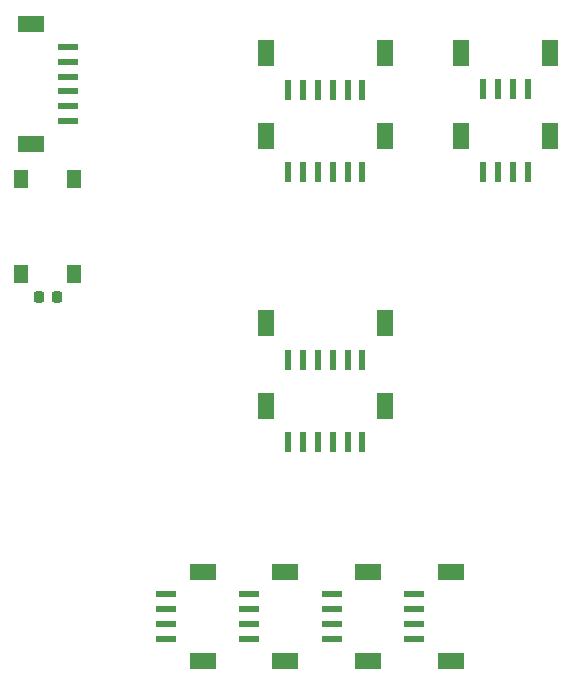
<source format=gbr>
%TF.GenerationSoftware,KiCad,Pcbnew,9.0.1*%
%TF.CreationDate,2025-06-01T13:31:13+09:00*%
%TF.ProjectId,DevTool,44657654-6f6f-46c2-9e6b-696361645f70,rev?*%
%TF.SameCoordinates,Original*%
%TF.FileFunction,Paste,Top*%
%TF.FilePolarity,Positive*%
%FSLAX46Y46*%
G04 Gerber Fmt 4.6, Leading zero omitted, Abs format (unit mm)*
G04 Created by KiCad (PCBNEW 9.0.1) date 2025-06-01 13:31:13*
%MOMM*%
%LPD*%
G01*
G04 APERTURE LIST*
G04 Aperture macros list*
%AMRoundRect*
0 Rectangle with rounded corners*
0 $1 Rounding radius*
0 $2 $3 $4 $5 $6 $7 $8 $9 X,Y pos of 4 corners*
0 Add a 4 corners polygon primitive as box body*
4,1,4,$2,$3,$4,$5,$6,$7,$8,$9,$2,$3,0*
0 Add four circle primitives for the rounded corners*
1,1,$1+$1,$2,$3*
1,1,$1+$1,$4,$5*
1,1,$1+$1,$6,$7*
1,1,$1+$1,$8,$9*
0 Add four rect primitives between the rounded corners*
20,1,$1+$1,$2,$3,$4,$5,0*
20,1,$1+$1,$4,$5,$6,$7,0*
20,1,$1+$1,$6,$7,$8,$9,0*
20,1,$1+$1,$8,$9,$2,$3,0*%
G04 Aperture macros list end*
%ADD10R,1.400000X2.225000*%
%ADD11R,0.600000X1.800000*%
%ADD12RoundRect,0.225000X0.225000X0.250000X-0.225000X0.250000X-0.225000X-0.250000X0.225000X-0.250000X0*%
%ADD13R,2.225000X1.400000*%
%ADD14R,1.800000X0.600000*%
%ADD15R,1.300000X1.550000*%
G04 APERTURE END LIST*
D10*
%TO.C,J12*%
X130840000Y-60272500D03*
X140940000Y-60272500D03*
D11*
X132765000Y-63335000D03*
X134015000Y-63335000D03*
X135265000Y-63335000D03*
X136515000Y-63335000D03*
X137765000Y-63335000D03*
X139015000Y-63335000D03*
%TD*%
D10*
%TO.C,J6*%
X130840000Y-90132500D03*
X140940000Y-90132500D03*
D11*
X132765000Y-93195000D03*
X134015000Y-93195000D03*
X135265000Y-93195000D03*
X136515000Y-93195000D03*
X137765000Y-93195000D03*
X139015000Y-93195000D03*
%TD*%
D10*
%TO.C,J15*%
X147330000Y-67272500D03*
X154930000Y-67272500D03*
D11*
X149255000Y-70335000D03*
X150505000Y-70335000D03*
X151755000Y-70335000D03*
X153005000Y-70335000D03*
%TD*%
D12*
%TO.C,C1*%
X113170000Y-80930000D03*
X111620000Y-80930000D03*
%TD*%
D13*
%TO.C,J7*%
X132487500Y-104150000D03*
X132487500Y-111750000D03*
D14*
X129425000Y-106075000D03*
X129425000Y-107325000D03*
X129425000Y-108575000D03*
X129425000Y-109825000D03*
%TD*%
D10*
%TO.C,J16*%
X130840000Y-67272500D03*
X140940000Y-67272500D03*
D11*
X132765000Y-70335000D03*
X134015000Y-70335000D03*
X135265000Y-70335000D03*
X136515000Y-70335000D03*
X137765000Y-70335000D03*
X139015000Y-70335000D03*
%TD*%
D10*
%TO.C,J22*%
X147330000Y-60207500D03*
X154930000Y-60207500D03*
D11*
X149255000Y-63270000D03*
X150505000Y-63270000D03*
X151755000Y-63270000D03*
X153005000Y-63270000D03*
%TD*%
D13*
%TO.C,J9*%
X125487500Y-104150000D03*
X125487500Y-111750000D03*
D14*
X122425000Y-106075000D03*
X122425000Y-107325000D03*
X122425000Y-108575000D03*
X122425000Y-109825000D03*
%TD*%
D15*
%TO.C,SW1*%
X110145000Y-78910000D03*
X110145000Y-70950000D03*
X114645000Y-78910000D03*
X114645000Y-70950000D03*
%TD*%
D13*
%TO.C,J3*%
X146487500Y-104150000D03*
X146487500Y-111750000D03*
D14*
X143425000Y-106075000D03*
X143425000Y-107325000D03*
X143425000Y-108575000D03*
X143425000Y-109825000D03*
%TD*%
D10*
%TO.C,J4*%
X130840000Y-83132500D03*
X140940000Y-83132500D03*
D11*
X132765000Y-86195000D03*
X134015000Y-86195000D03*
X135265000Y-86195000D03*
X136515000Y-86195000D03*
X137765000Y-86195000D03*
X139015000Y-86195000D03*
%TD*%
D13*
%TO.C,J5*%
X139487500Y-104150000D03*
X139487500Y-111750000D03*
D14*
X136425000Y-106075000D03*
X136425000Y-107325000D03*
X136425000Y-108575000D03*
X136425000Y-109825000D03*
%TD*%
D13*
%TO.C,J2*%
X111007500Y-67915000D03*
X111007500Y-57815000D03*
D14*
X114070000Y-65990000D03*
X114070000Y-64740000D03*
X114070000Y-63490000D03*
X114070000Y-62240000D03*
X114070000Y-60990000D03*
X114070000Y-59740000D03*
%TD*%
M02*

</source>
